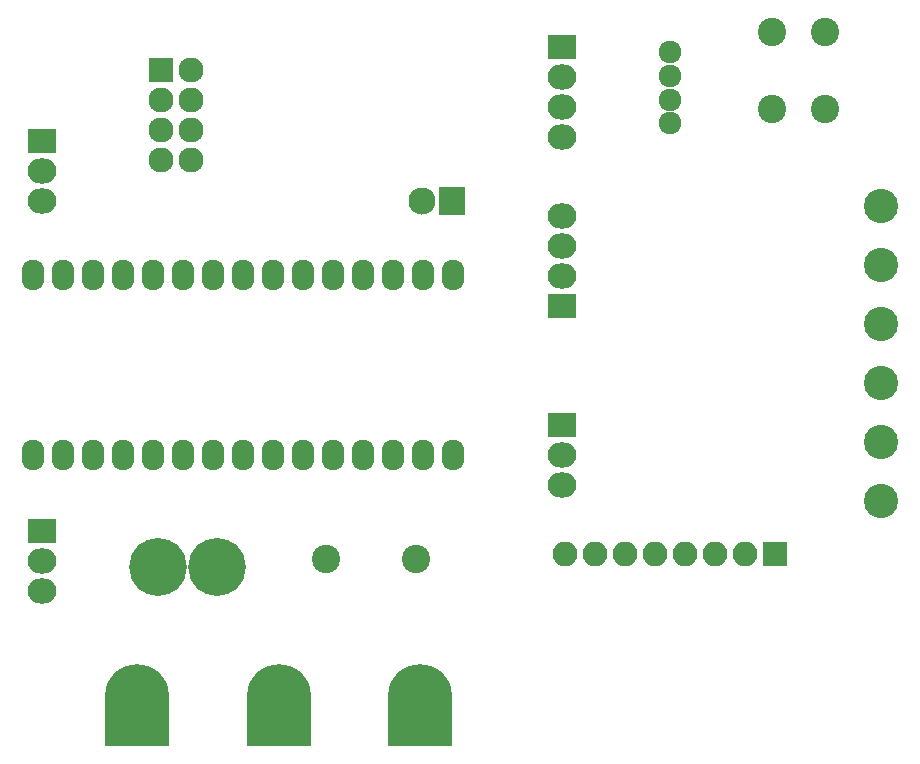
<source format=gbr>
G04 #@! TF.FileFunction,Soldermask,Bot*
%FSLAX46Y46*%
G04 Gerber Fmt 4.6, Leading zero omitted, Abs format (unit mm)*
G04 Created by KiCad (PCBNEW 4.0.3-stable) date 01/13/18 15:16:55*
%MOMM*%
%LPD*%
G01*
G04 APERTURE LIST*
%ADD10C,0.100000*%
%ADD11O,1.924000X2.599640*%
%ADD12O,1.924000X2.597100*%
%ADD13R,2.300000X2.400000*%
%ADD14C,2.300000*%
%ADD15C,2.900000*%
%ADD16R,2.432000X2.127200*%
%ADD17O,2.432000X2.127200*%
%ADD18C,5.400000*%
%ADD19R,5.400000X4.400000*%
%ADD20C,1.924000*%
%ADD21C,2.400000*%
%ADD22C,2.398980*%
%ADD23R,2.127200X2.127200*%
%ADD24O,2.127200X2.127200*%
%ADD25R,2.100000X2.100000*%
%ADD26O,2.100000X2.100000*%
%ADD27C,4.900000*%
G04 APERTURE END LIST*
D10*
D11*
X118780000Y-103380000D03*
X116240000Y-103380000D03*
X113700000Y-103380000D03*
X111160000Y-103380000D03*
X108620000Y-103380000D03*
X106080000Y-103380000D03*
X103540000Y-103380000D03*
X101000000Y-103380000D03*
X98460000Y-103380000D03*
X95920000Y-103380000D03*
X93380000Y-103380000D03*
X90840000Y-103380000D03*
X88300000Y-103380000D03*
X85760000Y-103380000D03*
X83220000Y-103380000D03*
X83220000Y-118620000D03*
X85760000Y-118620000D03*
X88300000Y-118620000D03*
X90840000Y-118620000D03*
D12*
X93380000Y-118620000D03*
X95920000Y-118620000D03*
X98460000Y-118620000D03*
X101000000Y-118620000D03*
X103540000Y-118620000D03*
X106080000Y-118620000D03*
X108620000Y-118620000D03*
X111160000Y-118620000D03*
X113700000Y-118620000D03*
X116240000Y-118620000D03*
X118780000Y-118620000D03*
D13*
X118700000Y-97100000D03*
D14*
X116160000Y-97100000D03*
D15*
X155000000Y-112500000D03*
X155000000Y-107500000D03*
D16*
X84000000Y-92000000D03*
D17*
X84000000Y-94540000D03*
X84000000Y-97080000D03*
D16*
X84000000Y-125000000D03*
D17*
X84000000Y-127540000D03*
X84000000Y-130080000D03*
D15*
X155000000Y-122500000D03*
X155000000Y-117500000D03*
X155000000Y-102500000D03*
X155000000Y-97500000D03*
D18*
X104000000Y-139000000D03*
D19*
X104000000Y-141000000D03*
D18*
X116000000Y-139000000D03*
D19*
X116000000Y-141000000D03*
D18*
X92000000Y-139000000D03*
D19*
X92000000Y-141000000D03*
D20*
X137100000Y-84500000D03*
X137100000Y-86500000D03*
X137100000Y-88500000D03*
X137100000Y-90500000D03*
D16*
X128000000Y-84000000D03*
D17*
X128000000Y-86540000D03*
X128000000Y-89080000D03*
X128000000Y-91620000D03*
D16*
X128000000Y-116000000D03*
D17*
X128000000Y-118540000D03*
X128000000Y-121080000D03*
D21*
X108000160Y-127400000D03*
X115599840Y-127400000D03*
D22*
X145749560Y-82748800D03*
X150250440Y-89251200D03*
X150250440Y-82748800D03*
X145749560Y-89251200D03*
D16*
X128000000Y-106000000D03*
D17*
X128000000Y-103460000D03*
X128000000Y-100920000D03*
X128000000Y-98380000D03*
D23*
X94000000Y-86000000D03*
D24*
X96540000Y-86000000D03*
X94000000Y-88540000D03*
X96540000Y-88540000D03*
X94000000Y-91080000D03*
X96540000Y-91080000D03*
X94000000Y-93620000D03*
X96540000Y-93620000D03*
D25*
X146000000Y-127000000D03*
D26*
X143460000Y-127000000D03*
X140920000Y-127000000D03*
X138380000Y-127000000D03*
X135840000Y-127000000D03*
X133300000Y-127000000D03*
X130760000Y-127000000D03*
X128220000Y-127000000D03*
D27*
X93800000Y-128100000D03*
X98800000Y-128100000D03*
M02*

</source>
